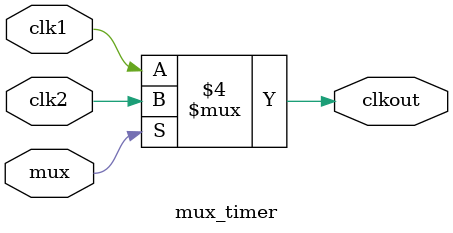
<source format=v>
`timescale 1ns / 1ps


module mux_timer(
    input mux,
    input clk1,
    input clk2,
    output reg clkout
    );
    always @(mux)
        if(~mux)
            clkout <= clk1;
        else
            clkout <= clk2;
endmodule

</source>
